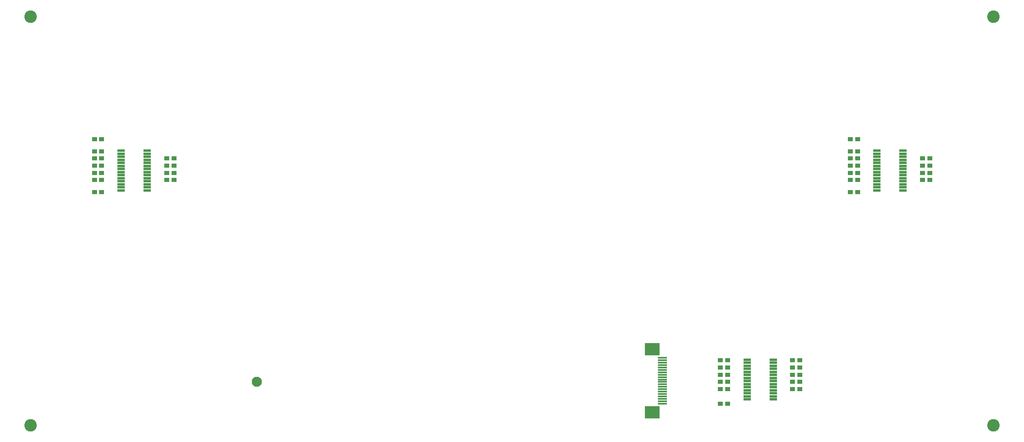
<source format=gbr>
G04 EAGLE Gerber RS-274X export*
G75*
%MOMM*%
%FSLAX34Y34*%
%LPD*%
%INSoldermask Bottom*%
%IPPOS*%
%AMOC8*
5,1,8,0,0,1.08239X$1,22.5*%
G01*
%ADD10C,2.601600*%
%ADD11C,2.101600*%
%ADD12R,1.626600X0.501600*%
%ADD13R,1.001600X0.901600*%
%ADD14R,1.901600X0.376600*%
%ADD15R,3.101600X2.601600*%


D10*
X-1000000Y425000D03*
X1000000Y425000D03*
X1000000Y-425000D03*
X-1000000Y-425000D03*
D11*
X-530000Y-335000D03*
D12*
X-757880Y146280D03*
X-757880Y139920D03*
X-757880Y133580D03*
X-757880Y127220D03*
X-757880Y120880D03*
X-757880Y114520D03*
X-757880Y108180D03*
X-757880Y101820D03*
X-757880Y95480D03*
X-757880Y89120D03*
X-757880Y82780D03*
X-757880Y76420D03*
X-757880Y70080D03*
X-757880Y63720D03*
X-812120Y63720D03*
X-812120Y70080D03*
X-812120Y76420D03*
X-812120Y82780D03*
X-812120Y89120D03*
X-812120Y95480D03*
X-812120Y101820D03*
X-812120Y108180D03*
X-812120Y114520D03*
X-812120Y120880D03*
X-812120Y127220D03*
X-812120Y133580D03*
X-812120Y139920D03*
X-812120Y146280D03*
D13*
X-852500Y145000D03*
X-867500Y145000D03*
X-852500Y130000D03*
X-867500Y130000D03*
X-717500Y100000D03*
X-702500Y100000D03*
X-852500Y60000D03*
X-867500Y60000D03*
X-852500Y100000D03*
X-867500Y100000D03*
X-717500Y115000D03*
X-702500Y115000D03*
X-717500Y85000D03*
X-702500Y85000D03*
X-852500Y170000D03*
X-867500Y170000D03*
X-702500Y130000D03*
X-717500Y130000D03*
X-867500Y115000D03*
X-852500Y115000D03*
X-867500Y85000D03*
X-852500Y85000D03*
D12*
X812120Y146280D03*
X812120Y139920D03*
X812120Y133580D03*
X812120Y127220D03*
X812120Y120880D03*
X812120Y114520D03*
X812120Y108180D03*
X812120Y101820D03*
X812120Y95480D03*
X812120Y89120D03*
X812120Y82780D03*
X812120Y76420D03*
X812120Y70080D03*
X812120Y63720D03*
X757880Y63720D03*
X757880Y70080D03*
X757880Y76420D03*
X757880Y82780D03*
X757880Y89120D03*
X757880Y95480D03*
X757880Y101820D03*
X757880Y108180D03*
X757880Y114520D03*
X757880Y120880D03*
X757880Y127220D03*
X757880Y133580D03*
X757880Y139920D03*
X757880Y146280D03*
D13*
X717500Y145000D03*
X702500Y145000D03*
X717500Y130000D03*
X702500Y130000D03*
X852500Y100000D03*
X867500Y100000D03*
X717500Y60000D03*
X702500Y60000D03*
X717500Y100000D03*
X702500Y100000D03*
X852500Y115000D03*
X867500Y115000D03*
X852500Y85000D03*
X867500Y85000D03*
X717500Y170000D03*
X702500Y170000D03*
X867500Y130000D03*
X852500Y130000D03*
X702500Y115000D03*
X717500Y115000D03*
X702500Y85000D03*
X717500Y85000D03*
D12*
X542120Y-288720D03*
X542120Y-295080D03*
X542120Y-301420D03*
X542120Y-307780D03*
X542120Y-314120D03*
X542120Y-320480D03*
X542120Y-326820D03*
X542120Y-333180D03*
X542120Y-339520D03*
X542120Y-345880D03*
X542120Y-352220D03*
X542120Y-358580D03*
X542120Y-364920D03*
X542120Y-371280D03*
X487880Y-371280D03*
X487880Y-364920D03*
X487880Y-358580D03*
X487880Y-352220D03*
X487880Y-345880D03*
X487880Y-339520D03*
X487880Y-333180D03*
X487880Y-326820D03*
X487880Y-320480D03*
X487880Y-314120D03*
X487880Y-307780D03*
X487880Y-301420D03*
X487880Y-295080D03*
X487880Y-288720D03*
D13*
X447500Y-290000D03*
X432500Y-290000D03*
X447500Y-305000D03*
X432500Y-305000D03*
X582500Y-335000D03*
X597500Y-335000D03*
X447500Y-380000D03*
X432500Y-380000D03*
X447500Y-335000D03*
X432500Y-335000D03*
X582500Y-320000D03*
X597500Y-320000D03*
X582500Y-350000D03*
X597500Y-350000D03*
X582500Y-290000D03*
X597500Y-290000D03*
X597500Y-305000D03*
X582500Y-305000D03*
X432500Y-320000D03*
X447500Y-320000D03*
X432500Y-350000D03*
X447500Y-350000D03*
D14*
X312200Y-380000D03*
X312200Y-375000D03*
X312200Y-370000D03*
X312200Y-365000D03*
X312200Y-360000D03*
X312200Y-355000D03*
X312200Y-350000D03*
X312200Y-345000D03*
X312200Y-340000D03*
X312200Y-335000D03*
X312200Y-330000D03*
X312200Y-325000D03*
X312200Y-320000D03*
X312200Y-315000D03*
X312200Y-310000D03*
X312200Y-305000D03*
X312200Y-300000D03*
X312200Y-295000D03*
X312200Y-290000D03*
X312200Y-285000D03*
D15*
X290600Y-398300D03*
X290600Y-266700D03*
M02*

</source>
